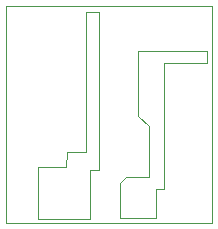
<source format=gbr>
%TF.GenerationSoftware,KiCad,Pcbnew,7.0.8*%
%TF.CreationDate,2023-12-15T10:12:50-05:00*%
%TF.ProjectId,g1 crymax lite,67312063-7279-46d6-9178-206c6974652e,rev?*%
%TF.SameCoordinates,Original*%
%TF.FileFunction,Profile,NP*%
%FSLAX46Y46*%
G04 Gerber Fmt 4.6, Leading zero omitted, Abs format (unit mm)*
G04 Created by KiCad (PCBNEW 7.0.8) date 2023-12-15 10:12:50*
%MOMM*%
%LPD*%
G01*
G04 APERTURE LIST*
%TA.AperFunction,Profile*%
%ADD10C,0.100000*%
%TD*%
G04 APERTURE END LIST*
D10*
X38066000Y-17005000D02*
X34383000Y-17005000D01*
X34383000Y-27673000D01*
X33748000Y-27673000D01*
X33748000Y-27800000D01*
X33748000Y-30086000D01*
X30700000Y-30086000D01*
X30700000Y-27165000D01*
X31208000Y-26657000D01*
X32859000Y-26657000D01*
X33113000Y-26657000D01*
X33113000Y-22339000D01*
X32224000Y-21450000D01*
X32224000Y-15989000D01*
X38066000Y-15989000D01*
X38066000Y-17005000D01*
X28922000Y-26022000D02*
X28140277Y-26022000D01*
X28137914Y-26783144D01*
X28127270Y-30213000D01*
X23715000Y-30213000D01*
X23715000Y-25768000D01*
X26128000Y-25768000D01*
X26192504Y-24567371D01*
X27779000Y-24568711D01*
X27779000Y-12687000D01*
X28922000Y-12687000D01*
X28922000Y-26022000D01*
X20997200Y-12153600D02*
X38472400Y-12153600D01*
X38472400Y-30543200D01*
X20997200Y-30543200D01*
X20997200Y-12153600D01*
M02*

</source>
